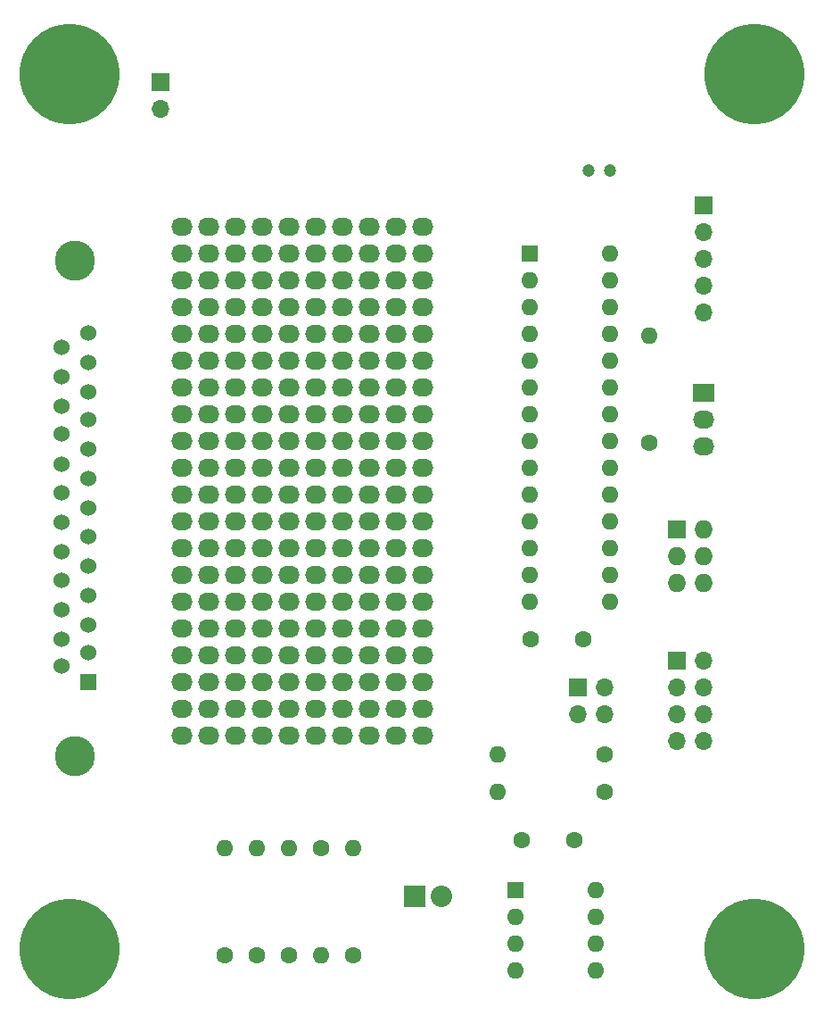
<source format=gbs>
%TF.GenerationSoftware,KiCad,Pcbnew,(6.0.1)*%
%TF.CreationDate,2022-05-20T13:50:24-04:00*%
%TF.ProjectId,Proto16-I2C,50726f74-6f31-4362-9d49-32432e6b6963,X1*%
%TF.SameCoordinates,Original*%
%TF.FileFunction,Soldermask,Bot*%
%TF.FilePolarity,Negative*%
%FSLAX46Y46*%
G04 Gerber Fmt 4.6, Leading zero omitted, Abs format (unit mm)*
G04 Created by KiCad (PCBNEW (6.0.1)) date 2022-05-20 13:50:24*
%MOMM*%
%LPD*%
G01*
G04 APERTURE LIST*
%ADD10O,2.032000X1.727200*%
%ADD11C,1.600000*%
%ADD12O,1.600000X1.600000*%
%ADD13R,1.700000X1.700000*%
%ADD14O,1.700000X1.700000*%
%ADD15R,1.600000X1.600000*%
%ADD16C,9.525000*%
%ADD17C,3.810000*%
%ADD18R,1.524000X1.524000*%
%ADD19C,1.524000*%
%ADD20C,1.200000*%
%ADD21R,2.032000X2.032000*%
%ADD22O,2.032000X2.032000*%
%ADD23R,2.032000X1.727200*%
%ADD24R,1.727200X1.727200*%
%ADD25O,1.727200X1.727200*%
G04 APERTURE END LIST*
D10*
%TO.C,P1*%
X41910000Y-30480000D03*
X41910000Y-33020000D03*
X41910000Y-35560000D03*
X41910000Y-38100000D03*
X41910000Y-40640000D03*
X41910000Y-43180000D03*
X41910000Y-45720000D03*
X41910000Y-48260000D03*
X41910000Y-50800000D03*
X41910000Y-53340000D03*
%TD*%
%TO.C,P99*%
X44450000Y-55880000D03*
X44450000Y-58420000D03*
X44450000Y-60960000D03*
X44450000Y-63500000D03*
X44450000Y-66040000D03*
X44450000Y-68580000D03*
X44450000Y-71120000D03*
X44450000Y-73660000D03*
X44450000Y-76200000D03*
X44450000Y-78740000D03*
%TD*%
%TO.C,P3*%
X46990000Y-30480000D03*
X46990000Y-33020000D03*
X46990000Y-35560000D03*
X46990000Y-38100000D03*
X46990000Y-40640000D03*
X46990000Y-43180000D03*
X46990000Y-45720000D03*
X46990000Y-48260000D03*
X46990000Y-50800000D03*
X46990000Y-53340000D03*
%TD*%
%TO.C,P4*%
X46990000Y-55880000D03*
X46990000Y-58420000D03*
X46990000Y-60960000D03*
X46990000Y-63500000D03*
X46990000Y-66040000D03*
X46990000Y-68580000D03*
X46990000Y-71120000D03*
X46990000Y-73660000D03*
X46990000Y-76200000D03*
X46990000Y-78740000D03*
%TD*%
%TO.C,P7*%
X44450000Y-30480000D03*
X44450000Y-33020000D03*
X44450000Y-35560000D03*
X44450000Y-38100000D03*
X44450000Y-40640000D03*
X44450000Y-43180000D03*
X44450000Y-45720000D03*
X44450000Y-48260000D03*
X44450000Y-50800000D03*
X44450000Y-53340000D03*
%TD*%
%TO.C,P10*%
X41910000Y-55880000D03*
X41910000Y-58420000D03*
X41910000Y-60960000D03*
X41910000Y-63500000D03*
X41910000Y-66040000D03*
X41910000Y-68580000D03*
X41910000Y-71120000D03*
X41910000Y-73660000D03*
X41910000Y-76200000D03*
X41910000Y-78740000D03*
%TD*%
%TO.C,P11*%
X31750000Y-55880000D03*
X31750000Y-58420000D03*
X31750000Y-60960000D03*
X31750000Y-63500000D03*
X31750000Y-66040000D03*
X31750000Y-68580000D03*
X31750000Y-71120000D03*
X31750000Y-73660000D03*
X31750000Y-76200000D03*
X31750000Y-78740000D03*
%TD*%
%TO.C,P12*%
X34290000Y-30480000D03*
X34290000Y-33020000D03*
X34290000Y-35560000D03*
X34290000Y-38100000D03*
X34290000Y-40640000D03*
X34290000Y-43180000D03*
X34290000Y-45720000D03*
X34290000Y-48260000D03*
X34290000Y-50800000D03*
X34290000Y-53340000D03*
%TD*%
%TO.C,P13*%
X29210000Y-55880000D03*
X29210000Y-58420000D03*
X29210000Y-60960000D03*
X29210000Y-63500000D03*
X29210000Y-66040000D03*
X29210000Y-68580000D03*
X29210000Y-71120000D03*
X29210000Y-73660000D03*
X29210000Y-76200000D03*
X29210000Y-78740000D03*
%TD*%
%TO.C,P14*%
X29210000Y-30480000D03*
X29210000Y-33020000D03*
X29210000Y-35560000D03*
X29210000Y-38100000D03*
X29210000Y-40640000D03*
X29210000Y-43180000D03*
X29210000Y-45720000D03*
X29210000Y-48260000D03*
X29210000Y-50800000D03*
X29210000Y-53340000D03*
%TD*%
%TO.C,P15*%
X31750000Y-30480000D03*
X31750000Y-33020000D03*
X31750000Y-35560000D03*
X31750000Y-38100000D03*
X31750000Y-40640000D03*
X31750000Y-43180000D03*
X31750000Y-45720000D03*
X31750000Y-48260000D03*
X31750000Y-50800000D03*
X31750000Y-53340000D03*
%TD*%
%TO.C,P16*%
X34290000Y-55880000D03*
X34290000Y-58420000D03*
X34290000Y-60960000D03*
X34290000Y-63500000D03*
X34290000Y-66040000D03*
X34290000Y-68580000D03*
X34290000Y-71120000D03*
X34290000Y-73660000D03*
X34290000Y-76200000D03*
X34290000Y-78740000D03*
%TD*%
%TO.C,P5*%
X39370000Y-55880000D03*
X39370000Y-58420000D03*
X39370000Y-60960000D03*
X39370000Y-63500000D03*
X39370000Y-66040000D03*
X39370000Y-68580000D03*
X39370000Y-71120000D03*
X39370000Y-73660000D03*
X39370000Y-76200000D03*
X39370000Y-78740000D03*
%TD*%
%TO.C,P6*%
X39370000Y-30480000D03*
X39370000Y-33020000D03*
X39370000Y-35560000D03*
X39370000Y-38100000D03*
X39370000Y-40640000D03*
X39370000Y-43180000D03*
X39370000Y-45720000D03*
X39370000Y-48260000D03*
X39370000Y-50800000D03*
X39370000Y-53340000D03*
%TD*%
%TO.C,P8*%
X36830000Y-30480000D03*
X36830000Y-33020000D03*
X36830000Y-35560000D03*
X36830000Y-38100000D03*
X36830000Y-40640000D03*
X36830000Y-43180000D03*
X36830000Y-45720000D03*
X36830000Y-48260000D03*
X36830000Y-50800000D03*
X36830000Y-53340000D03*
%TD*%
%TO.C,P9*%
X36830000Y-55880000D03*
X36830000Y-58420000D03*
X36830000Y-60960000D03*
X36830000Y-63500000D03*
X36830000Y-66040000D03*
X36830000Y-68580000D03*
X36830000Y-71120000D03*
X36830000Y-73660000D03*
X36830000Y-76200000D03*
X36830000Y-78740000D03*
%TD*%
%TO.C,P17*%
X26670000Y-30480000D03*
X26670000Y-33020000D03*
X26670000Y-35560000D03*
X26670000Y-38100000D03*
X26670000Y-40640000D03*
X26670000Y-43180000D03*
X26670000Y-45720000D03*
X26670000Y-48260000D03*
X26670000Y-50800000D03*
X26670000Y-53340000D03*
%TD*%
%TO.C,P18*%
X26670000Y-55880000D03*
X26670000Y-58420000D03*
X26670000Y-60960000D03*
X26670000Y-63500000D03*
X26670000Y-66040000D03*
X26670000Y-68580000D03*
X26670000Y-71120000D03*
X26670000Y-73660000D03*
X26670000Y-76200000D03*
X26670000Y-78740000D03*
%TD*%
%TO.C,P19*%
X49530000Y-55880000D03*
X49530000Y-58420000D03*
X49530000Y-60960000D03*
X49530000Y-63500000D03*
X49530000Y-66040000D03*
X49530000Y-68580000D03*
X49530000Y-71120000D03*
X49530000Y-73660000D03*
X49530000Y-76200000D03*
X49530000Y-78740000D03*
%TD*%
%TO.C,P20*%
X49530000Y-30480000D03*
X49530000Y-33020000D03*
X49530000Y-35560000D03*
X49530000Y-38100000D03*
X49530000Y-40640000D03*
X49530000Y-43180000D03*
X49530000Y-45720000D03*
X49530000Y-48260000D03*
X49530000Y-50800000D03*
X49530000Y-53340000D03*
%TD*%
D11*
%TO.C,R8*%
X71000000Y-51000000D03*
D12*
X71000000Y-40840000D03*
%TD*%
D11*
%TO.C,R7*%
X66802000Y-84074000D03*
D12*
X56642000Y-84074000D03*
%TD*%
D11*
%TO.C,R6*%
X66802000Y-80518000D03*
D12*
X56642000Y-80518000D03*
%TD*%
D11*
%TO.C,R4*%
X39878000Y-89408000D03*
D12*
X39878000Y-99568000D03*
%TD*%
D11*
%TO.C,R3*%
X36830000Y-99568000D03*
D12*
X36830000Y-89408000D03*
%TD*%
D11*
%TO.C,R2*%
X33782000Y-99568000D03*
D12*
X33782000Y-89408000D03*
%TD*%
D11*
%TO.C,R5*%
X42926000Y-99568000D03*
D12*
X42926000Y-89408000D03*
%TD*%
D11*
%TO.C,R1*%
X30734000Y-99568000D03*
D12*
X30734000Y-89408000D03*
%TD*%
D13*
%TO.C,H6*%
X64262000Y-74168000D03*
D14*
X66802000Y-74168000D03*
X64262000Y-76708000D03*
X66802000Y-76708000D03*
%TD*%
D13*
%TO.C,H4*%
X73660000Y-71628000D03*
D14*
X76200000Y-71628000D03*
X73660000Y-74168000D03*
X76200000Y-74168000D03*
X73660000Y-76708000D03*
X76200000Y-76708000D03*
X73660000Y-79248000D03*
X76200000Y-79248000D03*
%TD*%
D15*
%TO.C,U2*%
X58293000Y-93345000D03*
D12*
X58293000Y-95885000D03*
X58293000Y-98425000D03*
X58293000Y-100965000D03*
X65913000Y-100965000D03*
X65913000Y-98425000D03*
X65913000Y-95885000D03*
X65913000Y-93345000D03*
%TD*%
D15*
%TO.C,U1*%
X59690000Y-33020000D03*
D12*
X59690000Y-35560000D03*
X59690000Y-38100000D03*
X59690000Y-40640000D03*
X59690000Y-43180000D03*
X59690000Y-45720000D03*
X59690000Y-48260000D03*
X59690000Y-50800000D03*
X59690000Y-53340000D03*
X59690000Y-55880000D03*
X59690000Y-58420000D03*
X59690000Y-60960000D03*
X59690000Y-63500000D03*
X59690000Y-66040000D03*
X67310000Y-66040000D03*
X67310000Y-63500000D03*
X67310000Y-60960000D03*
X67310000Y-58420000D03*
X67310000Y-55880000D03*
X67310000Y-53340000D03*
X67310000Y-50800000D03*
X67310000Y-48260000D03*
X67310000Y-45720000D03*
X67310000Y-43180000D03*
X67310000Y-40640000D03*
X67310000Y-38100000D03*
X67310000Y-35560000D03*
X67310000Y-33020000D03*
%TD*%
D16*
%TO.C,MTG4*%
X16000000Y-16000000D03*
%TD*%
%TO.C,MTG3*%
X81000000Y-16000000D03*
%TD*%
%TO.C,MTG2*%
X16000000Y-99000000D03*
%TD*%
%TO.C,MTG1*%
X81000000Y-99000000D03*
%TD*%
D17*
%TO.C,J1*%
X16510000Y-33655000D03*
X16510000Y-80645000D03*
D18*
X17780000Y-73660000D03*
D19*
X17780000Y-70866000D03*
X17780000Y-68199000D03*
X17780000Y-65405000D03*
X17780000Y-62611000D03*
X17780000Y-59817000D03*
X17780000Y-57150000D03*
X17780000Y-54356000D03*
X17780000Y-51562000D03*
X17780000Y-48768000D03*
X17780000Y-46101000D03*
X17780000Y-43307000D03*
X17780000Y-40513000D03*
X15240000Y-72085200D03*
X15240000Y-69545200D03*
X15240000Y-66751200D03*
X15240000Y-64008000D03*
X15240000Y-61264800D03*
X15240000Y-58470800D03*
X15240000Y-55727600D03*
X15240000Y-52984400D03*
X15240000Y-50139600D03*
X15240000Y-47447200D03*
X15240000Y-44704000D03*
X15240000Y-41910000D03*
%TD*%
D13*
%TO.C,H7*%
X24638000Y-16764000D03*
D14*
X24638000Y-19304000D03*
%TD*%
D13*
%TO.C,H1*%
X76200000Y-28448000D03*
D14*
X76200000Y-30988000D03*
X76200000Y-33528000D03*
X76200000Y-36068000D03*
X76200000Y-38608000D03*
%TD*%
D11*
%TO.C,C3*%
X63881000Y-88646000D03*
X58881000Y-88646000D03*
%TD*%
%TO.C,C2*%
X64730000Y-69596000D03*
X59730000Y-69596000D03*
%TD*%
D20*
%TO.C,C1*%
X65278000Y-25146000D03*
X67278000Y-25146000D03*
%TD*%
D21*
%TO.C,H5*%
X48768000Y-93980000D03*
D22*
X51308000Y-93980000D03*
%TD*%
D23*
%TO.C,H2*%
X76200000Y-46228000D03*
D10*
X76200000Y-48768000D03*
X76200000Y-51308000D03*
%TD*%
D24*
%TO.C,H3*%
X73660000Y-59182000D03*
D25*
X76200000Y-59182000D03*
X73660000Y-61722000D03*
X76200000Y-61722000D03*
X73660000Y-64262000D03*
X76200000Y-64262000D03*
%TD*%
M02*

</source>
